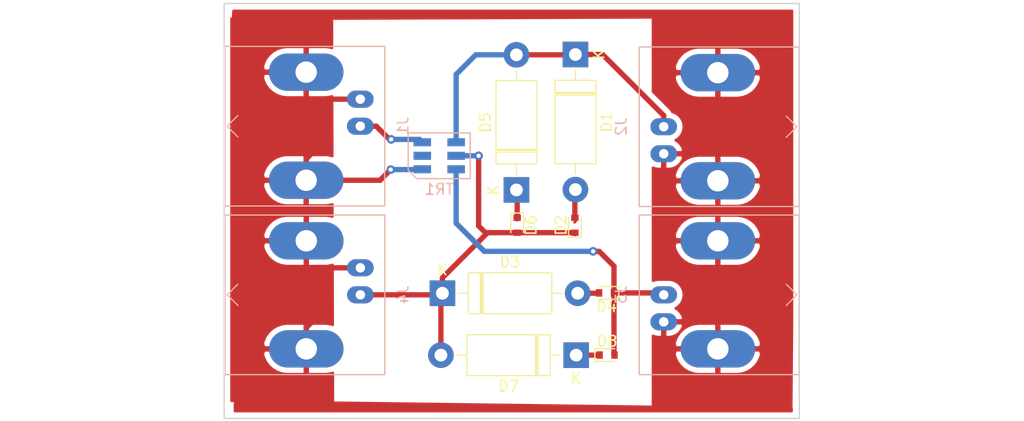
<source format=kicad_pcb>
(kicad_pcb (version 20171130) (host pcbnew "(5.1.4)-1")

  (general
    (thickness 1.6)
    (drawings 4)
    (tracks 87)
    (zones 0)
    (modules 13)
    (nets 11)
  )

  (page A4)
  (layers
    (0 F.Cu signal)
    (31 B.Cu signal)
    (32 B.Adhes user)
    (33 F.Adhes user)
    (34 B.Paste user)
    (35 F.Paste user)
    (36 B.SilkS user)
    (37 F.SilkS user)
    (38 B.Mask user)
    (39 F.Mask user)
    (40 Dwgs.User user)
    (41 Cmts.User user)
    (42 Eco1.User user)
    (43 Eco2.User user)
    (44 Edge.Cuts user)
    (45 Margin user)
    (46 B.CrtYd user)
    (47 F.CrtYd user)
    (48 B.Fab user)
    (49 F.Fab user)
  )

  (setup
    (last_trace_width 0.5)
    (trace_clearance 0.2)
    (zone_clearance 0.508)
    (zone_45_only no)
    (trace_min 0.4)
    (via_size 0.8)
    (via_drill 0.4)
    (via_min_size 0.4)
    (via_min_drill 0.3)
    (uvia_size 0.3)
    (uvia_drill 0.1)
    (uvias_allowed no)
    (uvia_min_size 0.2)
    (uvia_min_drill 0.1)
    (edge_width 0.05)
    (segment_width 0.2)
    (pcb_text_width 0.3)
    (pcb_text_size 1.5 1.5)
    (mod_edge_width 0.12)
    (mod_text_size 1 1)
    (mod_text_width 0.15)
    (pad_size 1.524 1.524)
    (pad_drill 0.762)
    (pad_to_mask_clearance 0.051)
    (solder_mask_min_width 0.25)
    (aux_axis_origin 0 0)
    (visible_elements 7FFFFFFF)
    (pcbplotparams
      (layerselection 0x01000_ffffffff)
      (usegerberextensions false)
      (usegerberattributes false)
      (usegerberadvancedattributes false)
      (creategerberjobfile false)
      (excludeedgelayer true)
      (linewidth 0.100000)
      (plotframeref false)
      (viasonmask false)
      (mode 1)
      (useauxorigin false)
      (hpglpennumber 1)
      (hpglpenspeed 20)
      (hpglpendiameter 15.000000)
      (psnegative false)
      (psa4output false)
      (plotreference true)
      (plotvalue true)
      (plotinvisibletext false)
      (padsonsilk false)
      (subtractmaskfromsilk false)
      (outputformat 1)
      (mirror false)
      (drillshape 0)
      (scaleselection 1)
      (outputdirectory "./"))
  )

  (net 0 "")
  (net 1 "Net-(D1-Pad1)")
  (net 2 "Net-(D1-Pad2)")
  (net 3 GND)
  (net 4 "Net-(D3-Pad2)")
  (net 5 "Net-(D4-Pad1)")
  (net 6 "Net-(D5-Pad1)")
  (net 7 "Net-(D7-Pad1)")
  (net 8 "Net-(J1-Pad2)")
  (net 9 "Net-(J1-Pad1)")
  (net 10 "Net-(D2-Pad1)")

  (net_class Default "Dies ist die voreingestellte Netzklasse."
    (clearance 0.2)
    (trace_width 0.5)
    (via_dia 0.8)
    (via_drill 0.4)
    (uvia_dia 0.3)
    (uvia_drill 0.1)
    (diff_pair_width 0.4)
    (diff_pair_gap 0.25)
    (add_net GND)
    (add_net "Net-(D1-Pad1)")
    (add_net "Net-(D1-Pad2)")
    (add_net "Net-(D2-Pad1)")
    (add_net "Net-(D3-Pad2)")
    (add_net "Net-(D4-Pad1)")
    (add_net "Net-(D5-Pad1)")
    (add_net "Net-(D7-Pad1)")
    (add_net "Net-(J1-Pad1)")
  )

  (module Connector_Coaxial:BNC_Amphenol_B6252HB-NPP3G-50_Horizontal (layer B.Cu) (tedit 5C13907B) (tstamp 5DAA078F)
    (at 102.78 71.53 270)
    (descr http://www.farnell.com/datasheets/612848.pdf)
    (tags "BNC Amphenol Horizontal")
    (path /5D9F96FC)
    (fp_text reference J1 (at 0 -4 270) (layer B.SilkS)
      (effects (font (size 1 1) (thickness 0.15)) (justify mirror))
    )
    (fp_text value Connector_Conn_Coaxial_Power (at 0 -6 90) (layer B.Fab)
      (effects (font (size 1 1) (thickness 0.15)) (justify mirror))
    )
    (fp_line (start -5 20) (end 5 21) (layer B.Fab) (width 0.1))
    (fp_line (start -5 19) (end 5 20) (layer B.Fab) (width 0.1))
    (fp_line (start -5 18) (end 5 19) (layer B.Fab) (width 0.1))
    (fp_line (start -5 17) (end 5 18) (layer B.Fab) (width 0.1))
    (fp_line (start -5 16) (end 5 17) (layer B.Fab) (width 0.1))
    (fp_line (start -5 15) (end 5 16) (layer B.Fab) (width 0.1))
    (fp_circle (center 0 28.07) (end 1 28.07) (layer B.Fab) (width 0.1))
    (fp_line (start 4.8 21.4) (end 4.8 33.3) (layer B.Fab) (width 0.1))
    (fp_line (start 4.8 33.3) (end -4.8 33.3) (layer B.Fab) (width 0.1))
    (fp_line (start -4.8 33.3) (end -4.8 21.4) (layer B.Fab) (width 0.1))
    (fp_line (start 6.35 12.7) (end 6.35 21.4) (layer B.Fab) (width 0.1))
    (fp_line (start 6.35 21.4) (end -6.35 21.4) (layer B.Fab) (width 0.1))
    (fp_line (start -6.35 21.4) (end -6.35 12.7) (layer B.Fab) (width 0.1))
    (fp_line (start -7.35 -2.2) (end 7.35 -2.2) (layer B.Fab) (width 0.1))
    (fp_line (start 7.35 -2.2) (end 7.35 12.7) (layer B.Fab) (width 0.1))
    (fp_line (start 7.35 12.7) (end -7.35 12.7) (layer B.Fab) (width 0.1))
    (fp_line (start -7.35 12.7) (end -7.35 -2.2) (layer B.Fab) (width 0.1))
    (fp_text user %R (at 0 0 270) (layer B.Fab)
      (effects (font (size 1 1) (thickness 0.15)) (justify mirror))
    )
    (fp_line (start -5 14) (end 5 15) (layer B.Fab) (width 0.1))
    (fp_line (start -7.5 12.7) (end 7.5 12.7) (layer B.SilkS) (width 0.12))
    (fp_line (start 7.5 12.7) (end 7.5 -2.3) (layer B.SilkS) (width 0.12))
    (fp_line (start 7.5 -2.3) (end -7.5 -2.3) (layer B.SilkS) (width 0.12))
    (fp_line (start -7.5 -2.3) (end -7.5 12.7) (layer B.SilkS) (width 0.12))
    (fp_line (start -7.85 -2.7) (end 7.85 -2.7) (layer B.CrtYd) (width 0.05))
    (fp_line (start -7.85 -2.7) (end -7.85 33.8) (layer B.CrtYd) (width 0.05))
    (fp_line (start 7.85 33.8) (end -7.85 33.8) (layer B.CrtYd) (width 0.05))
    (fp_line (start 7.85 -2.7) (end 7.85 33.8) (layer B.CrtYd) (width 0.05))
    (fp_line (start 0 12.5) (end -1 11.5) (layer B.SilkS) (width 0.12))
    (fp_line (start 0 12.5) (end 1 11.5) (layer B.SilkS) (width 0.12))
    (pad 2 thru_hole oval (at -5.08 5.08 270) (size 3.5 7) (drill 2.01) (layers *.Cu *.Mask)
      (net 3 GND))
    (pad 2 thru_hole oval (at 5.08 5.08 270) (size 3.5 7) (drill 2.01) (layers *.Cu *.Mask)
      (net 3 GND))
    (pad 1 thru_hole oval (at 0 0 270) (size 1.6 2.5) (drill 0.89) (layers *.Cu *.Mask)
      (net 9 "Net-(J1-Pad1)"))
    (pad 2 thru_hole oval (at -2.54 0 270) (size 1.6 2.5) (drill 0.89) (layers *.Cu *.Mask)
      (net 3 GND))
    (model ${KISYS3DMOD}/Connector_Coaxial.3dshapes/BNC_Amphenol_B6252HB-NPP3G-50_Horizontal.wrl
      (at (xyz 0 0 0))
      (scale (xyz 1 1 1))
      (rotate (xyz 0 0 0))
    )
  )

  (module Connector_Coaxial:BNC_Amphenol_B6252HB-NPP3G-50_Horizontal (layer B.Cu) (tedit 5C13907B) (tstamp 5DAA2C06)
    (at 102.79 87.38 270)
    (descr http://www.farnell.com/datasheets/612848.pdf)
    (tags "BNC Amphenol Horizontal")
    (path /5DABBCE5)
    (fp_text reference J4 (at 0 -4 270) (layer B.SilkS)
      (effects (font (size 1 1) (thickness 0.15)) (justify mirror))
    )
    (fp_text value Conn_Coaxial (at 0 -6 90) (layer B.Fab)
      (effects (font (size 1 1) (thickness 0.15)) (justify mirror))
    )
    (fp_line (start 0 12.5) (end 1 11.5) (layer B.SilkS) (width 0.12))
    (fp_line (start 0 12.5) (end -1 11.5) (layer B.SilkS) (width 0.12))
    (fp_line (start 7.85 -2.7) (end 7.85 33.8) (layer B.CrtYd) (width 0.05))
    (fp_line (start 7.85 33.8) (end -7.85 33.8) (layer B.CrtYd) (width 0.05))
    (fp_line (start -7.85 -2.7) (end -7.85 33.8) (layer B.CrtYd) (width 0.05))
    (fp_line (start -7.85 -2.7) (end 7.85 -2.7) (layer B.CrtYd) (width 0.05))
    (fp_line (start -7.5 -2.3) (end -7.5 12.7) (layer B.SilkS) (width 0.12))
    (fp_line (start 7.5 -2.3) (end -7.5 -2.3) (layer B.SilkS) (width 0.12))
    (fp_line (start 7.5 12.7) (end 7.5 -2.3) (layer B.SilkS) (width 0.12))
    (fp_line (start -7.5 12.7) (end 7.5 12.7) (layer B.SilkS) (width 0.12))
    (fp_line (start -5 14) (end 5 15) (layer B.Fab) (width 0.1))
    (fp_text user %R (at 0 0 270) (layer B.Fab)
      (effects (font (size 1 1) (thickness 0.15)) (justify mirror))
    )
    (fp_line (start -7.35 12.7) (end -7.35 -2.2) (layer B.Fab) (width 0.1))
    (fp_line (start 7.35 12.7) (end -7.35 12.7) (layer B.Fab) (width 0.1))
    (fp_line (start 7.35 -2.2) (end 7.35 12.7) (layer B.Fab) (width 0.1))
    (fp_line (start -7.35 -2.2) (end 7.35 -2.2) (layer B.Fab) (width 0.1))
    (fp_line (start -6.35 21.4) (end -6.35 12.7) (layer B.Fab) (width 0.1))
    (fp_line (start 6.35 21.4) (end -6.35 21.4) (layer B.Fab) (width 0.1))
    (fp_line (start 6.35 12.7) (end 6.35 21.4) (layer B.Fab) (width 0.1))
    (fp_line (start -4.8 33.3) (end -4.8 21.4) (layer B.Fab) (width 0.1))
    (fp_line (start 4.8 33.3) (end -4.8 33.3) (layer B.Fab) (width 0.1))
    (fp_line (start 4.8 21.4) (end 4.8 33.3) (layer B.Fab) (width 0.1))
    (fp_circle (center 0 28.07) (end 1 28.07) (layer B.Fab) (width 0.1))
    (fp_line (start -5 15) (end 5 16) (layer B.Fab) (width 0.1))
    (fp_line (start -5 16) (end 5 17) (layer B.Fab) (width 0.1))
    (fp_line (start -5 17) (end 5 18) (layer B.Fab) (width 0.1))
    (fp_line (start -5 18) (end 5 19) (layer B.Fab) (width 0.1))
    (fp_line (start -5 19) (end 5 20) (layer B.Fab) (width 0.1))
    (fp_line (start -5 20) (end 5 21) (layer B.Fab) (width 0.1))
    (pad 2 thru_hole oval (at -2.54 0 270) (size 1.6 2.5) (drill 0.89) (layers *.Cu *.Mask)
      (net 3 GND))
    (pad 1 thru_hole oval (at 0 0 270) (size 1.6 2.5) (drill 0.89) (layers *.Cu *.Mask)
      (net 10 "Net-(D2-Pad1)"))
    (pad 2 thru_hole oval (at 5.08 5.08 270) (size 3.5 7) (drill 2.01) (layers *.Cu *.Mask)
      (net 3 GND))
    (pad 2 thru_hole oval (at -5.08 5.08 270) (size 3.5 7) (drill 2.01) (layers *.Cu *.Mask)
      (net 3 GND))
    (model ${KISYS3DMOD}/Connector_Coaxial.3dshapes/BNC_Amphenol_B6252HB-NPP3G-50_Horizontal.wrl
      (at (xyz 0 0 0))
      (scale (xyz 1 1 1))
      (rotate (xyz 0 0 0))
    )
  )

  (module Diode_THT:D_DO-15_P12.70mm_Horizontal (layer F.Cu) (tedit 5AE50CD5) (tstamp 5DAA1DC4)
    (at 122.98 64.79 270)
    (descr "Diode, DO-15 series, Axial, Horizontal, pin pitch=12.7mm, , length*diameter=7.6*3.6mm^2, , http://www.diodes.com/_files/packages/DO-15.pdf")
    (tags "Diode DO-15 series Axial Horizontal pin pitch 12.7mm  length 7.6mm diameter 3.6mm")
    (path /5D9EB6A1)
    (fp_text reference D1 (at 6.35 -2.92 90) (layer F.SilkS)
      (effects (font (size 1 1) (thickness 0.15)))
    )
    (fp_text value D_Zener (at 6.35 2.92 90) (layer F.Fab)
      (effects (font (size 1 1) (thickness 0.15)))
    )
    (fp_line (start 2.55 -1.8) (end 2.55 1.8) (layer F.Fab) (width 0.1))
    (fp_line (start 2.55 1.8) (end 10.15 1.8) (layer F.Fab) (width 0.1))
    (fp_line (start 10.15 1.8) (end 10.15 -1.8) (layer F.Fab) (width 0.1))
    (fp_line (start 10.15 -1.8) (end 2.55 -1.8) (layer F.Fab) (width 0.1))
    (fp_line (start 0 0) (end 2.55 0) (layer F.Fab) (width 0.1))
    (fp_line (start 12.7 0) (end 10.15 0) (layer F.Fab) (width 0.1))
    (fp_line (start 3.69 -1.8) (end 3.69 1.8) (layer F.Fab) (width 0.1))
    (fp_line (start 3.79 -1.8) (end 3.79 1.8) (layer F.Fab) (width 0.1))
    (fp_line (start 3.59 -1.8) (end 3.59 1.8) (layer F.Fab) (width 0.1))
    (fp_line (start 2.43 -1.92) (end 2.43 1.92) (layer F.SilkS) (width 0.12))
    (fp_line (start 2.43 1.92) (end 10.27 1.92) (layer F.SilkS) (width 0.12))
    (fp_line (start 10.27 1.92) (end 10.27 -1.92) (layer F.SilkS) (width 0.12))
    (fp_line (start 10.27 -1.92) (end 2.43 -1.92) (layer F.SilkS) (width 0.12))
    (fp_line (start 1.44 0) (end 2.43 0) (layer F.SilkS) (width 0.12))
    (fp_line (start 11.26 0) (end 10.27 0) (layer F.SilkS) (width 0.12))
    (fp_line (start 3.69 -1.92) (end 3.69 1.92) (layer F.SilkS) (width 0.12))
    (fp_line (start 3.81 -1.92) (end 3.81 1.92) (layer F.SilkS) (width 0.12))
    (fp_line (start 3.57 -1.92) (end 3.57 1.92) (layer F.SilkS) (width 0.12))
    (fp_line (start -1.45 -2.05) (end -1.45 2.05) (layer F.CrtYd) (width 0.05))
    (fp_line (start -1.45 2.05) (end 14.15 2.05) (layer F.CrtYd) (width 0.05))
    (fp_line (start 14.15 2.05) (end 14.15 -2.05) (layer F.CrtYd) (width 0.05))
    (fp_line (start 14.15 -2.05) (end -1.45 -2.05) (layer F.CrtYd) (width 0.05))
    (fp_text user %R (at 6.92 0 90) (layer F.Fab)
      (effects (font (size 1 1) (thickness 0.15)))
    )
    (fp_text user K (at 0 -2.2 90) (layer F.Fab)
      (effects (font (size 1 1) (thickness 0.15)))
    )
    (fp_text user K (at 0 -2.2 90) (layer F.SilkS)
      (effects (font (size 1 1) (thickness 0.15)))
    )
    (pad 1 thru_hole rect (at 0 0 270) (size 2.4 2.4) (drill 1.2) (layers *.Cu *.Mask)
      (net 1 "Net-(D1-Pad1)"))
    (pad 2 thru_hole oval (at 12.7 0 270) (size 2.4 2.4) (drill 1.2) (layers *.Cu *.Mask)
      (net 2 "Net-(D1-Pad2)"))
    (model ${KISYS3DMOD}/Diode_THT.3dshapes/D_DO-15_P12.70mm_Horizontal.wrl
      (at (xyz 0 0 0))
      (scale (xyz 1 1 1))
      (rotate (xyz 0 0 0))
    )
  )

  (module Diode_SMD:D_SOD-523 (layer F.Cu) (tedit 586419F0) (tstamp 5DAA1EB6)
    (at 122.93 80.84 90)
    (descr "http://www.diodes.com/datasheets/ap02001.pdf p.144")
    (tags "Diode SOD523")
    (path /5D9EAFD4)
    (attr smd)
    (fp_text reference D2 (at 0 -1.3 90) (layer F.SilkS)
      (effects (font (size 1 1) (thickness 0.15)))
    )
    (fp_text value 1N914WT (at 0 1.4 90) (layer F.Fab)
      (effects (font (size 1 1) (thickness 0.15)))
    )
    (fp_line (start 0.7 0.6) (end -1.15 0.6) (layer F.SilkS) (width 0.12))
    (fp_line (start 0.7 -0.6) (end -1.15 -0.6) (layer F.SilkS) (width 0.12))
    (fp_line (start 0.65 0.45) (end -0.65 0.45) (layer F.Fab) (width 0.1))
    (fp_line (start -0.65 0.45) (end -0.65 -0.45) (layer F.Fab) (width 0.1))
    (fp_line (start -0.65 -0.45) (end 0.65 -0.45) (layer F.Fab) (width 0.1))
    (fp_line (start 0.65 -0.45) (end 0.65 0.45) (layer F.Fab) (width 0.1))
    (fp_line (start -0.2 0.2) (end -0.2 -0.2) (layer F.Fab) (width 0.1))
    (fp_line (start -0.2 0) (end -0.35 0) (layer F.Fab) (width 0.1))
    (fp_line (start -0.2 0) (end 0.1 0.2) (layer F.Fab) (width 0.1))
    (fp_line (start 0.1 0.2) (end 0.1 -0.2) (layer F.Fab) (width 0.1))
    (fp_line (start 0.1 -0.2) (end -0.2 0) (layer F.Fab) (width 0.1))
    (fp_line (start 0.1 0) (end 0.25 0) (layer F.Fab) (width 0.1))
    (fp_line (start 1.25 0.7) (end -1.25 0.7) (layer F.CrtYd) (width 0.05))
    (fp_line (start -1.25 0.7) (end -1.25 -0.7) (layer F.CrtYd) (width 0.05))
    (fp_line (start -1.25 -0.7) (end 1.25 -0.7) (layer F.CrtYd) (width 0.05))
    (fp_line (start 1.25 -0.7) (end 1.25 0.7) (layer F.CrtYd) (width 0.05))
    (fp_line (start -1.15 -0.6) (end -1.15 0.6) (layer F.SilkS) (width 0.12))
    (fp_text user %R (at 0 -1.3 90) (layer F.Fab)
      (effects (font (size 1 1) (thickness 0.15)))
    )
    (pad 1 smd rect (at -0.7 0 270) (size 0.6 0.7) (layers F.Cu F.Paste F.Mask)
      (net 10 "Net-(D2-Pad1)"))
    (pad 2 smd rect (at 0.7 0 270) (size 0.6 0.7) (layers F.Cu F.Paste F.Mask)
      (net 2 "Net-(D1-Pad2)"))
    (model ${KISYS3DMOD}/Diode_SMD.3dshapes/D_SOD-523.wrl
      (at (xyz 0 0 0))
      (scale (xyz 1 1 1))
      (rotate (xyz 0 0 0))
    )
  )

  (module Diode_THT:D_DO-15_P12.70mm_Horizontal (layer F.Cu) (tedit 5AE50CD5) (tstamp 5DAA06E4)
    (at 110.49 87.23)
    (descr "Diode, DO-15 series, Axial, Horizontal, pin pitch=12.7mm, , length*diameter=7.6*3.6mm^2, , http://www.diodes.com/_files/packages/DO-15.pdf")
    (tags "Diode DO-15 series Axial Horizontal pin pitch 12.7mm  length 7.6mm diameter 3.6mm")
    (path /5D9EC037)
    (fp_text reference D3 (at 6.35 -2.92) (layer F.SilkS)
      (effects (font (size 1 1) (thickness 0.15)))
    )
    (fp_text value D_Zener (at 6.35 2.92) (layer F.Fab)
      (effects (font (size 1 1) (thickness 0.15)))
    )
    (fp_line (start 2.55 -1.8) (end 2.55 1.8) (layer F.Fab) (width 0.1))
    (fp_line (start 2.55 1.8) (end 10.15 1.8) (layer F.Fab) (width 0.1))
    (fp_line (start 10.15 1.8) (end 10.15 -1.8) (layer F.Fab) (width 0.1))
    (fp_line (start 10.15 -1.8) (end 2.55 -1.8) (layer F.Fab) (width 0.1))
    (fp_line (start 0 0) (end 2.55 0) (layer F.Fab) (width 0.1))
    (fp_line (start 12.7 0) (end 10.15 0) (layer F.Fab) (width 0.1))
    (fp_line (start 3.69 -1.8) (end 3.69 1.8) (layer F.Fab) (width 0.1))
    (fp_line (start 3.79 -1.8) (end 3.79 1.8) (layer F.Fab) (width 0.1))
    (fp_line (start 3.59 -1.8) (end 3.59 1.8) (layer F.Fab) (width 0.1))
    (fp_line (start 2.43 -1.92) (end 2.43 1.92) (layer F.SilkS) (width 0.12))
    (fp_line (start 2.43 1.92) (end 10.27 1.92) (layer F.SilkS) (width 0.12))
    (fp_line (start 10.27 1.92) (end 10.27 -1.92) (layer F.SilkS) (width 0.12))
    (fp_line (start 10.27 -1.92) (end 2.43 -1.92) (layer F.SilkS) (width 0.12))
    (fp_line (start 1.44 0) (end 2.43 0) (layer F.SilkS) (width 0.12))
    (fp_line (start 11.26 0) (end 10.27 0) (layer F.SilkS) (width 0.12))
    (fp_line (start 3.69 -1.92) (end 3.69 1.92) (layer F.SilkS) (width 0.12))
    (fp_line (start 3.81 -1.92) (end 3.81 1.92) (layer F.SilkS) (width 0.12))
    (fp_line (start 3.57 -1.92) (end 3.57 1.92) (layer F.SilkS) (width 0.12))
    (fp_line (start -1.45 -2.05) (end -1.45 2.05) (layer F.CrtYd) (width 0.05))
    (fp_line (start -1.45 2.05) (end 14.15 2.05) (layer F.CrtYd) (width 0.05))
    (fp_line (start 14.15 2.05) (end 14.15 -2.05) (layer F.CrtYd) (width 0.05))
    (fp_line (start 14.15 -2.05) (end -1.45 -2.05) (layer F.CrtYd) (width 0.05))
    (fp_text user %R (at 6.92 0) (layer F.Fab)
      (effects (font (size 1 1) (thickness 0.15)))
    )
    (fp_text user K (at 0 -2.2) (layer F.Fab)
      (effects (font (size 1 1) (thickness 0.15)))
    )
    (fp_text user K (at 0 -2.2) (layer F.SilkS)
      (effects (font (size 1 1) (thickness 0.15)))
    )
    (pad 1 thru_hole rect (at 0 0) (size 2.4 2.4) (drill 1.2) (layers *.Cu *.Mask)
      (net 10 "Net-(D2-Pad1)"))
    (pad 2 thru_hole oval (at 12.7 0) (size 2.4 2.4) (drill 1.2) (layers *.Cu *.Mask)
      (net 4 "Net-(D3-Pad2)"))
    (model ${KISYS3DMOD}/Diode_THT.3dshapes/D_DO-15_P12.70mm_Horizontal.wrl
      (at (xyz 0 0 0))
      (scale (xyz 1 1 1))
      (rotate (xyz 0 0 0))
    )
  )

  (module Diode_SMD:D_SOD-523 (layer F.Cu) (tedit 586419F0) (tstamp 5DAA06FC)
    (at 125.9 87.2 180)
    (descr "http://www.diodes.com/datasheets/ap02001.pdf p.144")
    (tags "Diode SOD523")
    (path /5D9EA1BE)
    (attr smd)
    (fp_text reference D4 (at 0 -1.3) (layer F.SilkS)
      (effects (font (size 1 1) (thickness 0.15)))
    )
    (fp_text value 1N914WT (at 0 1.4) (layer F.Fab)
      (effects (font (size 1 1) (thickness 0.15)))
    )
    (fp_line (start 0.7 0.6) (end -1.15 0.6) (layer F.SilkS) (width 0.12))
    (fp_line (start 0.7 -0.6) (end -1.15 -0.6) (layer F.SilkS) (width 0.12))
    (fp_line (start 0.65 0.45) (end -0.65 0.45) (layer F.Fab) (width 0.1))
    (fp_line (start -0.65 0.45) (end -0.65 -0.45) (layer F.Fab) (width 0.1))
    (fp_line (start -0.65 -0.45) (end 0.65 -0.45) (layer F.Fab) (width 0.1))
    (fp_line (start 0.65 -0.45) (end 0.65 0.45) (layer F.Fab) (width 0.1))
    (fp_line (start -0.2 0.2) (end -0.2 -0.2) (layer F.Fab) (width 0.1))
    (fp_line (start -0.2 0) (end -0.35 0) (layer F.Fab) (width 0.1))
    (fp_line (start -0.2 0) (end 0.1 0.2) (layer F.Fab) (width 0.1))
    (fp_line (start 0.1 0.2) (end 0.1 -0.2) (layer F.Fab) (width 0.1))
    (fp_line (start 0.1 -0.2) (end -0.2 0) (layer F.Fab) (width 0.1))
    (fp_line (start 0.1 0) (end 0.25 0) (layer F.Fab) (width 0.1))
    (fp_line (start 1.25 0.7) (end -1.25 0.7) (layer F.CrtYd) (width 0.05))
    (fp_line (start -1.25 0.7) (end -1.25 -0.7) (layer F.CrtYd) (width 0.05))
    (fp_line (start -1.25 -0.7) (end 1.25 -0.7) (layer F.CrtYd) (width 0.05))
    (fp_line (start 1.25 -0.7) (end 1.25 0.7) (layer F.CrtYd) (width 0.05))
    (fp_line (start -1.15 -0.6) (end -1.15 0.6) (layer F.SilkS) (width 0.12))
    (fp_text user %R (at 0 -1.3) (layer F.Fab)
      (effects (font (size 1 1) (thickness 0.15)))
    )
    (pad 1 smd rect (at -0.7 0) (size 0.6 0.7) (layers F.Cu F.Paste F.Mask)
      (net 5 "Net-(D4-Pad1)"))
    (pad 2 smd rect (at 0.7 0) (size 0.6 0.7) (layers F.Cu F.Paste F.Mask)
      (net 4 "Net-(D3-Pad2)"))
    (model ${KISYS3DMOD}/Diode_SMD.3dshapes/D_SOD-523.wrl
      (at (xyz 0 0 0))
      (scale (xyz 1 1 1))
      (rotate (xyz 0 0 0))
    )
  )

  (module Diode_THT:D_DO-15_P12.70mm_Horizontal (layer F.Cu) (tedit 5AE50CD5) (tstamp 5DAA1E1E)
    (at 117.44 77.52 90)
    (descr "Diode, DO-15 series, Axial, Horizontal, pin pitch=12.7mm, , length*diameter=7.6*3.6mm^2, , http://www.diodes.com/_files/packages/DO-15.pdf")
    (tags "Diode DO-15 series Axial Horizontal pin pitch 12.7mm  length 7.6mm diameter 3.6mm")
    (path /5D9EC2FE)
    (fp_text reference D5 (at 6.35 -2.92 90) (layer F.SilkS)
      (effects (font (size 1 1) (thickness 0.15)))
    )
    (fp_text value D_Zener (at 6.35 2.92 90) (layer F.Fab)
      (effects (font (size 1 1) (thickness 0.15)))
    )
    (fp_text user K (at 0 -2.2 90) (layer F.SilkS)
      (effects (font (size 1 1) (thickness 0.15)))
    )
    (fp_text user K (at 0 -2.2 90) (layer F.Fab)
      (effects (font (size 1 1) (thickness 0.15)))
    )
    (fp_text user %R (at 6.92 0 90) (layer F.Fab)
      (effects (font (size 1 1) (thickness 0.15)))
    )
    (fp_line (start 14.15 -2.05) (end -1.45 -2.05) (layer F.CrtYd) (width 0.05))
    (fp_line (start 14.15 2.05) (end 14.15 -2.05) (layer F.CrtYd) (width 0.05))
    (fp_line (start -1.45 2.05) (end 14.15 2.05) (layer F.CrtYd) (width 0.05))
    (fp_line (start -1.45 -2.05) (end -1.45 2.05) (layer F.CrtYd) (width 0.05))
    (fp_line (start 3.57 -1.92) (end 3.57 1.92) (layer F.SilkS) (width 0.12))
    (fp_line (start 3.81 -1.92) (end 3.81 1.92) (layer F.SilkS) (width 0.12))
    (fp_line (start 3.69 -1.92) (end 3.69 1.92) (layer F.SilkS) (width 0.12))
    (fp_line (start 11.26 0) (end 10.27 0) (layer F.SilkS) (width 0.12))
    (fp_line (start 1.44 0) (end 2.43 0) (layer F.SilkS) (width 0.12))
    (fp_line (start 10.27 -1.92) (end 2.43 -1.92) (layer F.SilkS) (width 0.12))
    (fp_line (start 10.27 1.92) (end 10.27 -1.92) (layer F.SilkS) (width 0.12))
    (fp_line (start 2.43 1.92) (end 10.27 1.92) (layer F.SilkS) (width 0.12))
    (fp_line (start 2.43 -1.92) (end 2.43 1.92) (layer F.SilkS) (width 0.12))
    (fp_line (start 3.59 -1.8) (end 3.59 1.8) (layer F.Fab) (width 0.1))
    (fp_line (start 3.79 -1.8) (end 3.79 1.8) (layer F.Fab) (width 0.1))
    (fp_line (start 3.69 -1.8) (end 3.69 1.8) (layer F.Fab) (width 0.1))
    (fp_line (start 12.7 0) (end 10.15 0) (layer F.Fab) (width 0.1))
    (fp_line (start 0 0) (end 2.55 0) (layer F.Fab) (width 0.1))
    (fp_line (start 10.15 -1.8) (end 2.55 -1.8) (layer F.Fab) (width 0.1))
    (fp_line (start 10.15 1.8) (end 10.15 -1.8) (layer F.Fab) (width 0.1))
    (fp_line (start 2.55 1.8) (end 10.15 1.8) (layer F.Fab) (width 0.1))
    (fp_line (start 2.55 -1.8) (end 2.55 1.8) (layer F.Fab) (width 0.1))
    (pad 2 thru_hole oval (at 12.7 0 90) (size 2.4 2.4) (drill 1.2) (layers *.Cu *.Mask)
      (net 1 "Net-(D1-Pad1)"))
    (pad 1 thru_hole rect (at 0 0 90) (size 2.4 2.4) (drill 1.2) (layers *.Cu *.Mask)
      (net 6 "Net-(D5-Pad1)"))
    (model ${KISYS3DMOD}/Diode_THT.3dshapes/D_DO-15_P12.70mm_Horizontal.wrl
      (at (xyz 0 0 0))
      (scale (xyz 1 1 1))
      (rotate (xyz 0 0 0))
    )
  )

  (module Diode_SMD:D_SOD-523 (layer F.Cu) (tedit 586419F0) (tstamp 5DD546D3)
    (at 117.51 80.84 270)
    (descr "http://www.diodes.com/datasheets/ap02001.pdf p.144")
    (tags "Diode SOD523")
    (path /5D9E91F8)
    (attr smd)
    (fp_text reference D6 (at 0 -1.3 90) (layer F.SilkS)
      (effects (font (size 1 1) (thickness 0.15)))
    )
    (fp_text value 1N914WT (at 0 1.4 90) (layer F.Fab)
      (effects (font (size 1 1) (thickness 0.15)))
    )
    (fp_text user %R (at 0 -1.3 90) (layer F.Fab)
      (effects (font (size 1 1) (thickness 0.15)))
    )
    (fp_line (start -1.15 -0.6) (end -1.15 0.6) (layer F.SilkS) (width 0.12))
    (fp_line (start 1.25 -0.7) (end 1.25 0.7) (layer F.CrtYd) (width 0.05))
    (fp_line (start -1.25 -0.7) (end 1.25 -0.7) (layer F.CrtYd) (width 0.05))
    (fp_line (start -1.25 0.7) (end -1.25 -0.7) (layer F.CrtYd) (width 0.05))
    (fp_line (start 1.25 0.7) (end -1.25 0.7) (layer F.CrtYd) (width 0.05))
    (fp_line (start 0.1 0) (end 0.25 0) (layer F.Fab) (width 0.1))
    (fp_line (start 0.1 -0.2) (end -0.2 0) (layer F.Fab) (width 0.1))
    (fp_line (start 0.1 0.2) (end 0.1 -0.2) (layer F.Fab) (width 0.1))
    (fp_line (start -0.2 0) (end 0.1 0.2) (layer F.Fab) (width 0.1))
    (fp_line (start -0.2 0) (end -0.35 0) (layer F.Fab) (width 0.1))
    (fp_line (start -0.2 0.2) (end -0.2 -0.2) (layer F.Fab) (width 0.1))
    (fp_line (start 0.65 -0.45) (end 0.65 0.45) (layer F.Fab) (width 0.1))
    (fp_line (start -0.65 -0.45) (end 0.65 -0.45) (layer F.Fab) (width 0.1))
    (fp_line (start -0.65 0.45) (end -0.65 -0.45) (layer F.Fab) (width 0.1))
    (fp_line (start 0.65 0.45) (end -0.65 0.45) (layer F.Fab) (width 0.1))
    (fp_line (start 0.7 -0.6) (end -1.15 -0.6) (layer F.SilkS) (width 0.12))
    (fp_line (start 0.7 0.6) (end -1.15 0.6) (layer F.SilkS) (width 0.12))
    (pad 2 smd rect (at 0.7 0 90) (size 0.6 0.7) (layers F.Cu F.Paste F.Mask)
      (net 10 "Net-(D2-Pad1)"))
    (pad 1 smd rect (at -0.7 0 90) (size 0.6 0.7) (layers F.Cu F.Paste F.Mask)
      (net 6 "Net-(D5-Pad1)"))
    (model ${KISYS3DMOD}/Diode_SMD.3dshapes/D_SOD-523.wrl
      (at (xyz 0 0 0))
      (scale (xyz 1 1 1))
      (rotate (xyz 0 0 0))
    )
  )

  (module Diode_THT:D_DO-15_P12.70mm_Horizontal (layer F.Cu) (tedit 5AE50CD5) (tstamp 5DAA0CEB)
    (at 123.05 93.05 180)
    (descr "Diode, DO-15 series, Axial, Horizontal, pin pitch=12.7mm, , length*diameter=7.6*3.6mm^2, , http://www.diodes.com/_files/packages/DO-15.pdf")
    (tags "Diode DO-15 series Axial Horizontal pin pitch 12.7mm  length 7.6mm diameter 3.6mm")
    (path /5D9EBDA7)
    (fp_text reference D7 (at 6.35 -2.92) (layer F.SilkS)
      (effects (font (size 1 1) (thickness 0.15)))
    )
    (fp_text value D_Zener (at 6.35 2.92) (layer F.Fab)
      (effects (font (size 1 1) (thickness 0.15)))
    )
    (fp_text user K (at 0 -2.2) (layer F.SilkS)
      (effects (font (size 1 1) (thickness 0.15)))
    )
    (fp_text user K (at 0 -2.2) (layer F.Fab)
      (effects (font (size 1 1) (thickness 0.15)))
    )
    (fp_text user %R (at 6.92 0) (layer F.Fab)
      (effects (font (size 1 1) (thickness 0.15)))
    )
    (fp_line (start 14.15 -2.05) (end -1.45 -2.05) (layer F.CrtYd) (width 0.05))
    (fp_line (start 14.15 2.05) (end 14.15 -2.05) (layer F.CrtYd) (width 0.05))
    (fp_line (start -1.45 2.05) (end 14.15 2.05) (layer F.CrtYd) (width 0.05))
    (fp_line (start -1.45 -2.05) (end -1.45 2.05) (layer F.CrtYd) (width 0.05))
    (fp_line (start 3.57 -1.92) (end 3.57 1.92) (layer F.SilkS) (width 0.12))
    (fp_line (start 3.81 -1.92) (end 3.81 1.92) (layer F.SilkS) (width 0.12))
    (fp_line (start 3.69 -1.92) (end 3.69 1.92) (layer F.SilkS) (width 0.12))
    (fp_line (start 11.26 0) (end 10.27 0) (layer F.SilkS) (width 0.12))
    (fp_line (start 1.44 0) (end 2.43 0) (layer F.SilkS) (width 0.12))
    (fp_line (start 10.27 -1.92) (end 2.43 -1.92) (layer F.SilkS) (width 0.12))
    (fp_line (start 10.27 1.92) (end 10.27 -1.92) (layer F.SilkS) (width 0.12))
    (fp_line (start 2.43 1.92) (end 10.27 1.92) (layer F.SilkS) (width 0.12))
    (fp_line (start 2.43 -1.92) (end 2.43 1.92) (layer F.SilkS) (width 0.12))
    (fp_line (start 3.59 -1.8) (end 3.59 1.8) (layer F.Fab) (width 0.1))
    (fp_line (start 3.79 -1.8) (end 3.79 1.8) (layer F.Fab) (width 0.1))
    (fp_line (start 3.69 -1.8) (end 3.69 1.8) (layer F.Fab) (width 0.1))
    (fp_line (start 12.7 0) (end 10.15 0) (layer F.Fab) (width 0.1))
    (fp_line (start 0 0) (end 2.55 0) (layer F.Fab) (width 0.1))
    (fp_line (start 10.15 -1.8) (end 2.55 -1.8) (layer F.Fab) (width 0.1))
    (fp_line (start 10.15 1.8) (end 10.15 -1.8) (layer F.Fab) (width 0.1))
    (fp_line (start 2.55 1.8) (end 10.15 1.8) (layer F.Fab) (width 0.1))
    (fp_line (start 2.55 -1.8) (end 2.55 1.8) (layer F.Fab) (width 0.1))
    (pad 2 thru_hole oval (at 12.7 0 180) (size 2.4 2.4) (drill 1.2) (layers *.Cu *.Mask)
      (net 10 "Net-(D2-Pad1)"))
    (pad 1 thru_hole rect (at 0 0 180) (size 2.4 2.4) (drill 1.2) (layers *.Cu *.Mask)
      (net 7 "Net-(D7-Pad1)"))
    (model ${KISYS3DMOD}/Diode_THT.3dshapes/D_DO-15_P12.70mm_Horizontal.wrl
      (at (xyz 0 0 0))
      (scale (xyz 1 1 1))
      (rotate (xyz 0 0 0))
    )
  )

  (module Diode_SMD:D_SOD-523 (layer F.Cu) (tedit 586419F0) (tstamp 5DAA076A)
    (at 125.95 93.04)
    (descr "http://www.diodes.com/datasheets/ap02001.pdf p.144")
    (tags "Diode SOD523")
    (path /5D9EA76A)
    (attr smd)
    (fp_text reference D8 (at 0 -1.3) (layer F.SilkS)
      (effects (font (size 1 1) (thickness 0.15)))
    )
    (fp_text value 1N914WT (at 0 1.4) (layer F.Fab)
      (effects (font (size 1 1) (thickness 0.15)))
    )
    (fp_text user %R (at 0 -1.3) (layer F.Fab)
      (effects (font (size 1 1) (thickness 0.15)))
    )
    (fp_line (start -1.15 -0.6) (end -1.15 0.6) (layer F.SilkS) (width 0.12))
    (fp_line (start 1.25 -0.7) (end 1.25 0.7) (layer F.CrtYd) (width 0.05))
    (fp_line (start -1.25 -0.7) (end 1.25 -0.7) (layer F.CrtYd) (width 0.05))
    (fp_line (start -1.25 0.7) (end -1.25 -0.7) (layer F.CrtYd) (width 0.05))
    (fp_line (start 1.25 0.7) (end -1.25 0.7) (layer F.CrtYd) (width 0.05))
    (fp_line (start 0.1 0) (end 0.25 0) (layer F.Fab) (width 0.1))
    (fp_line (start 0.1 -0.2) (end -0.2 0) (layer F.Fab) (width 0.1))
    (fp_line (start 0.1 0.2) (end 0.1 -0.2) (layer F.Fab) (width 0.1))
    (fp_line (start -0.2 0) (end 0.1 0.2) (layer F.Fab) (width 0.1))
    (fp_line (start -0.2 0) (end -0.35 0) (layer F.Fab) (width 0.1))
    (fp_line (start -0.2 0.2) (end -0.2 -0.2) (layer F.Fab) (width 0.1))
    (fp_line (start 0.65 -0.45) (end 0.65 0.45) (layer F.Fab) (width 0.1))
    (fp_line (start -0.65 -0.45) (end 0.65 -0.45) (layer F.Fab) (width 0.1))
    (fp_line (start -0.65 0.45) (end -0.65 -0.45) (layer F.Fab) (width 0.1))
    (fp_line (start 0.65 0.45) (end -0.65 0.45) (layer F.Fab) (width 0.1))
    (fp_line (start 0.7 -0.6) (end -1.15 -0.6) (layer F.SilkS) (width 0.12))
    (fp_line (start 0.7 0.6) (end -1.15 0.6) (layer F.SilkS) (width 0.12))
    (pad 2 smd rect (at 0.7 0 180) (size 0.6 0.7) (layers F.Cu F.Paste F.Mask)
      (net 5 "Net-(D4-Pad1)"))
    (pad 1 smd rect (at -0.7 0 180) (size 0.6 0.7) (layers F.Cu F.Paste F.Mask)
      (net 7 "Net-(D7-Pad1)"))
    (model ${KISYS3DMOD}/Diode_SMD.3dshapes/D_SOD-523.wrl
      (at (xyz 0 0 0))
      (scale (xyz 1 1 1))
      (rotate (xyz 0 0 0))
    )
  )

  (module Connector_Coaxial:BNC_Amphenol_B6252HB-NPP3G-50_Horizontal (layer B.Cu) (tedit 5C13907B) (tstamp 5DAA1BBD)
    (at 131.27 71.58 90)
    (descr http://www.farnell.com/datasheets/612848.pdf)
    (tags "BNC Amphenol Horizontal")
    (path /5D9FB8AD)
    (fp_text reference J2 (at 0 -4 270) (layer B.SilkS)
      (effects (font (size 1 1) (thickness 0.15)) (justify mirror))
    )
    (fp_text value Connector_Conn_Coaxial_Power (at 0 -6 90) (layer B.Fab)
      (effects (font (size 1 1) (thickness 0.15)) (justify mirror))
    )
    (fp_line (start 0 12.5) (end 1 11.5) (layer B.SilkS) (width 0.12))
    (fp_line (start 0 12.5) (end -1 11.5) (layer B.SilkS) (width 0.12))
    (fp_line (start 7.85 -2.7) (end 7.85 33.8) (layer B.CrtYd) (width 0.05))
    (fp_line (start 7.85 33.8) (end -7.85 33.8) (layer B.CrtYd) (width 0.05))
    (fp_line (start -7.85 -2.7) (end -7.85 33.8) (layer B.CrtYd) (width 0.05))
    (fp_line (start -7.85 -2.7) (end 7.85 -2.7) (layer B.CrtYd) (width 0.05))
    (fp_line (start -7.5 -2.3) (end -7.5 12.7) (layer B.SilkS) (width 0.12))
    (fp_line (start 7.5 -2.3) (end -7.5 -2.3) (layer B.SilkS) (width 0.12))
    (fp_line (start 7.5 12.7) (end 7.5 -2.3) (layer B.SilkS) (width 0.12))
    (fp_line (start -7.5 12.7) (end 7.5 12.7) (layer B.SilkS) (width 0.12))
    (fp_line (start -5 14) (end 5 15) (layer B.Fab) (width 0.1))
    (fp_text user %R (at 0 0 270) (layer B.Fab)
      (effects (font (size 1 1) (thickness 0.15)) (justify mirror))
    )
    (fp_line (start -7.35 12.7) (end -7.35 -2.2) (layer B.Fab) (width 0.1))
    (fp_line (start 7.35 12.7) (end -7.35 12.7) (layer B.Fab) (width 0.1))
    (fp_line (start 7.35 -2.2) (end 7.35 12.7) (layer B.Fab) (width 0.1))
    (fp_line (start -7.35 -2.2) (end 7.35 -2.2) (layer B.Fab) (width 0.1))
    (fp_line (start -6.35 21.4) (end -6.35 12.7) (layer B.Fab) (width 0.1))
    (fp_line (start 6.35 21.4) (end -6.35 21.4) (layer B.Fab) (width 0.1))
    (fp_line (start 6.35 12.7) (end 6.35 21.4) (layer B.Fab) (width 0.1))
    (fp_line (start -4.8 33.3) (end -4.8 21.4) (layer B.Fab) (width 0.1))
    (fp_line (start 4.8 33.3) (end -4.8 33.3) (layer B.Fab) (width 0.1))
    (fp_line (start 4.8 21.4) (end 4.8 33.3) (layer B.Fab) (width 0.1))
    (fp_circle (center 0 28.07) (end 1 28.07) (layer B.Fab) (width 0.1))
    (fp_line (start -5 15) (end 5 16) (layer B.Fab) (width 0.1))
    (fp_line (start -5 16) (end 5 17) (layer B.Fab) (width 0.1))
    (fp_line (start -5 17) (end 5 18) (layer B.Fab) (width 0.1))
    (fp_line (start -5 18) (end 5 19) (layer B.Fab) (width 0.1))
    (fp_line (start -5 19) (end 5 20) (layer B.Fab) (width 0.1))
    (fp_line (start -5 20) (end 5 21) (layer B.Fab) (width 0.1))
    (pad 2 thru_hole oval (at -2.54 0 90) (size 1.6 2.5) (drill 0.89) (layers *.Cu *.Mask)
      (net 3 GND))
    (pad 1 thru_hole oval (at 0 0 90) (size 1.6 2.5) (drill 0.89) (layers *.Cu *.Mask)
      (net 1 "Net-(D1-Pad1)"))
    (pad 2 thru_hole oval (at 5.08 5.08 90) (size 3.5 7) (drill 2.01) (layers *.Cu *.Mask)
      (net 3 GND))
    (pad 2 thru_hole oval (at -5.08 5.08 90) (size 3.5 7) (drill 2.01) (layers *.Cu *.Mask)
      (net 3 GND))
    (model ${KISYS3DMOD}/Connector_Coaxial.3dshapes/BNC_Amphenol_B6252HB-NPP3G-50_Horizontal.wrl
      (at (xyz 0 0 0))
      (scale (xyz 1 1 1))
      (rotate (xyz 0 0 0))
    )
  )

  (module Connector_Coaxial:BNC_Amphenol_B6252HB-NPP3G-50_Horizontal (layer B.Cu) (tedit 5C13907B) (tstamp 5DD54454)
    (at 131.27 87.38 90)
    (descr http://www.farnell.com/datasheets/612848.pdf)
    (tags "BNC Amphenol Horizontal")
    (path /5D9FC678)
    (fp_text reference J3 (at 0 -4 270) (layer B.SilkS)
      (effects (font (size 1 1) (thickness 0.15)) (justify mirror))
    )
    (fp_text value Connector_Conn_Coaxial_Power (at 0 -6 90) (layer B.Fab)
      (effects (font (size 1 1) (thickness 0.15)) (justify mirror))
    )
    (fp_line (start -5 20) (end 5 21) (layer B.Fab) (width 0.1))
    (fp_line (start -5 19) (end 5 20) (layer B.Fab) (width 0.1))
    (fp_line (start -5 18) (end 5 19) (layer B.Fab) (width 0.1))
    (fp_line (start -5 17) (end 5 18) (layer B.Fab) (width 0.1))
    (fp_line (start -5 16) (end 5 17) (layer B.Fab) (width 0.1))
    (fp_line (start -5 15) (end 5 16) (layer B.Fab) (width 0.1))
    (fp_circle (center 0 28.07) (end 1 28.07) (layer B.Fab) (width 0.1))
    (fp_line (start 4.8 21.4) (end 4.8 33.3) (layer B.Fab) (width 0.1))
    (fp_line (start 4.8 33.3) (end -4.8 33.3) (layer B.Fab) (width 0.1))
    (fp_line (start -4.8 33.3) (end -4.8 21.4) (layer B.Fab) (width 0.1))
    (fp_line (start 6.35 12.7) (end 6.35 21.4) (layer B.Fab) (width 0.1))
    (fp_line (start 6.35 21.4) (end -6.35 21.4) (layer B.Fab) (width 0.1))
    (fp_line (start -6.35 21.4) (end -6.35 12.7) (layer B.Fab) (width 0.1))
    (fp_line (start -7.35 -2.2) (end 7.35 -2.2) (layer B.Fab) (width 0.1))
    (fp_line (start 7.35 -2.2) (end 7.35 12.7) (layer B.Fab) (width 0.1))
    (fp_line (start 7.35 12.7) (end -7.35 12.7) (layer B.Fab) (width 0.1))
    (fp_line (start -7.35 12.7) (end -7.35 -2.2) (layer B.Fab) (width 0.1))
    (fp_text user %R (at 0 0 270) (layer B.Fab)
      (effects (font (size 1 1) (thickness 0.15)) (justify mirror))
    )
    (fp_line (start -5 14) (end 5 15) (layer B.Fab) (width 0.1))
    (fp_line (start -7.5 12.7) (end 7.5 12.7) (layer B.SilkS) (width 0.12))
    (fp_line (start 7.5 12.7) (end 7.5 -2.3) (layer B.SilkS) (width 0.12))
    (fp_line (start 7.5 -2.3) (end -7.5 -2.3) (layer B.SilkS) (width 0.12))
    (fp_line (start -7.5 -2.3) (end -7.5 12.7) (layer B.SilkS) (width 0.12))
    (fp_line (start -7.85 -2.7) (end 7.85 -2.7) (layer B.CrtYd) (width 0.05))
    (fp_line (start -7.85 -2.7) (end -7.85 33.8) (layer B.CrtYd) (width 0.05))
    (fp_line (start 7.85 33.8) (end -7.85 33.8) (layer B.CrtYd) (width 0.05))
    (fp_line (start 7.85 -2.7) (end 7.85 33.8) (layer B.CrtYd) (width 0.05))
    (fp_line (start 0 12.5) (end -1 11.5) (layer B.SilkS) (width 0.12))
    (fp_line (start 0 12.5) (end 1 11.5) (layer B.SilkS) (width 0.12))
    (pad 2 thru_hole oval (at -5.08 5.08 90) (size 3.5 7) (drill 2.01) (layers *.Cu *.Mask)
      (net 3 GND))
    (pad 2 thru_hole oval (at 5.08 5.08 90) (size 3.5 7) (drill 2.01) (layers *.Cu *.Mask)
      (net 3 GND))
    (pad 1 thru_hole oval (at 0 0 90) (size 1.6 2.5) (drill 0.89) (layers *.Cu *.Mask)
      (net 5 "Net-(D4-Pad1)"))
    (pad 2 thru_hole oval (at -2.54 0 90) (size 1.6 2.5) (drill 0.89) (layers *.Cu *.Mask)
      (net 3 GND))
    (model ${KISYS3DMOD}/Connector_Coaxial.3dshapes/BNC_Amphenol_B6252HB-NPP3G-50_Horizontal.wrl
      (at (xyz 0 0 0))
      (scale (xyz 1 1 1))
      (rotate (xyz 0 0 0))
    )
  )

  (module PCB_Phaseschifter:SOIC-6 (layer B.Cu) (tedit 0) (tstamp 5DAA07EC)
    (at 110.19 74.31 90)
    (path /5D9E561E)
    (attr smd)
    (fp_text reference TR1 (at -3.15 0) (layer B.SilkS)
      (effects (font (size 1 1) (thickness 0.15)) (justify mirror))
    )
    (fp_text value Transformer_ADT8-1T (at 0 0 270) (layer B.Fab)
      (effects (font (size 1 1) (thickness 0.15)) (justify mirror))
    )
    (fp_line (start -1.9 -2.67) (end -1.9 2.67) (layer B.CrtYd) (width 0.05))
    (fp_line (start 1.9 -2.67) (end -1.9 -2.67) (layer B.CrtYd) (width 0.05))
    (fp_line (start 1.9 2.67) (end 1.9 -2.67) (layer B.CrtYd) (width 0.05))
    (fp_line (start -1.9 2.67) (end 1.9 2.67) (layer B.CrtYd) (width 0.05))
    (fp_line (start 2.15 -2.915) (end -1.35 -2.915) (layer B.SilkS) (width 0.12))
    (fp_line (start 2.15 2.915) (end 2.15 -2.915) (layer B.SilkS) (width 0.12))
    (fp_line (start -2.15 2.915) (end 2.15 2.915) (layer B.SilkS) (width 0.12))
    (fp_line (start -2.15 -2.115) (end -2.15 2.915) (layer B.SilkS) (width 0.12))
    (fp_line (start -1.35 -2.915) (end -2.15 -2.115) (layer B.SilkS) (width 0.12))
    (pad 3 smd rect (at 1.27 -1.59 90) (size 0.76 1.65) (layers B.Cu B.Paste B.Mask)
      (net 9 "Net-(J1-Pad1)"))
    (pad 4 smd rect (at 1.27 1.59 90) (size 0.76 1.65) (layers B.Cu B.Paste B.Mask)
      (net 1 "Net-(D1-Pad1)"))
    (pad 2 smd rect (at 0 -1.59 90) (size 0.76 1.65) (layers B.Cu B.Paste B.Mask))
    (pad 5 smd rect (at 0 1.59 90) (size 0.76 1.65) (layers B.Cu B.Paste B.Mask)
      (net 10 "Net-(D2-Pad1)"))
    (pad 1 smd rect (at -1.27 -1.59 90) (size 0.76 1.65) (layers B.Cu B.Paste B.Mask)
      (net 3 GND))
    (pad 6 smd rect (at -1.27 1.59 90) (size 0.76 1.65) (layers B.Cu B.Paste B.Mask)
      (net 5 "Net-(D4-Pad1)"))
  )

  (gr_line (start 144 99) (end 144 60) (layer Edge.Cuts) (width 0.12))
  (gr_line (start 90 99) (end 144 99) (layer Edge.Cuts) (width 0.12))
  (gr_line (start 90 60) (end 90 99) (layer Edge.Cuts) (width 0.12))
  (gr_line (start 90 60) (end 144 60) (layer Edge.Cuts) (width 0.12))

  (segment (start 122.86 64.67) (end 122.98 64.79) (width 0.5) (layer F.Cu) (net 1) (tstamp 5DAA1EFD))
  (segment (start 117.59 64.67) (end 117.44 64.82) (width 0.5) (layer F.Cu) (net 1) (tstamp 5DAA1F00))
  (segment (start 117.47 64.79) (end 117.44 64.82) (width 0.5) (layer F.Cu) (net 1) (tstamp 5DAA1F0C))
  (segment (start 130.82 71.58) (end 131.27 71.58) (width 0.5) (layer F.Cu) (net 1))
  (segment (start 122.95 64.82) (end 122.98 64.79) (width 0.5) (layer F.Cu) (net 1))
  (segment (start 117.44 64.82) (end 122.95 64.82) (width 0.5) (layer F.Cu) (net 1))
  (segment (start 131.27 70.53) (end 131.27 71.58) (width 0.5) (layer F.Cu) (net 1))
  (segment (start 125.53 64.79) (end 131.27 70.53) (width 0.5) (layer F.Cu) (net 1))
  (segment (start 122.98 64.79) (end 125.53 64.79) (width 0.5) (layer F.Cu) (net 1))
  (segment (start 111.78 73.04) (end 111.78 66.66) (width 0.5) (layer B.Cu) (net 1))
  (segment (start 113.62 64.82) (end 117.44 64.82) (width 0.5) (layer B.Cu) (net 1))
  (segment (start 111.78 66.66) (end 113.62 64.82) (width 0.5) (layer B.Cu) (net 1))
  (segment (start 122.98 80.49) (end 122.9 80.57) (width 0.25) (layer F.Cu) (net 2) (tstamp 5DAA1EFA))
  (segment (start 122.98 80.17) (end 122.93 80.22) (width 0.25) (layer F.Cu) (net 2) (tstamp 5DAA1EE5))
  (segment (start 122.98 80.09) (end 122.93 80.14) (width 0.25) (layer F.Cu) (net 2))
  (segment (start 122.93 77.54) (end 122.98 77.49) (width 0.25) (layer F.Cu) (net 2))
  (segment (start 122.93 80.14) (end 122.93 77.54) (width 0.5) (layer F.Cu) (net 2))
  (segment (start 97.71 90.46) (end 97.71 92.46) (width 0.5) (layer F.Cu) (net 3))
  (segment (start 98.25 89.92) (end 97.71 90.46) (width 0.5) (layer F.Cu) (net 3))
  (segment (start 97.7 74.61) (end 97.7 76.61) (width 0.5) (layer F.Cu) (net 3))
  (segment (start 98.24 74.07) (end 97.7 74.61) (width 0.5) (layer F.Cu) (net 3))
  (segment (start 99.81 69.78) (end 99.77 69.82) (width 0.5) (layer F.Cu) (net 3))
  (segment (start 99.72 71.56) (end 99.72 74.07) (width 0.5) (layer F.Cu) (net 3))
  (segment (start 99.77 71.51) (end 99.72 71.56) (width 0.5) (layer F.Cu) (net 3))
  (segment (start 99.77 69.82) (end 99.77 71.51) (width 0.5) (layer F.Cu) (net 3))
  (segment (start 99.72 74.07) (end 98.24 74.07) (width 0.5) (layer F.Cu) (net 3))
  (segment (start 102.79 84.84) (end 99.12 84.84) (width 0.5) (layer F.Cu) (net 3))
  (segment (start 102.78 68.99) (end 99.85 68.99) (width 0.5) (layer F.Cu) (net 3))
  (segment (start 97.7 76.61) (end 104.65 76.61) (width 0.5) (layer F.Cu) (net 3))
  (segment (start 104.86 76.4) (end 104.86 76.39) (width 0.5) (layer F.Cu) (net 3))
  (segment (start 104.65 76.61) (end 104.86 76.4) (width 0.5) (layer F.Cu) (net 3))
  (segment (start 104.86 76.39) (end 105.64 75.61) (width 0.5) (layer F.Cu) (net 3))
  (segment (start 105.64 75.61) (end 105.64 75.61) (width 0.5) (layer F.Cu) (net 3) (tstamp 5DD5475A))
  (via (at 105.64 75.61) (size 0.8) (drill 0.4) (layers F.Cu B.Cu) (net 3))
  (segment (start 108.57 75.61) (end 108.6 75.58) (width 0.5) (layer B.Cu) (net 3))
  (segment (start 105.64 75.61) (end 108.57 75.61) (width 0.5) (layer B.Cu) (net 3))
  (segment (start 125.17 87.23) (end 125.2 87.2) (width 0.25) (layer F.Cu) (net 4))
  (segment (start 123.19 87.23) (end 125.17 87.23) (width 0.5) (layer F.Cu) (net 4))
  (segment (start 131.27 87.38) (end 130.82 87.38) (width 0.5) (layer F.Cu) (net 5))
  (segment (start 126.6 92.99) (end 126.65 93.04) (width 0.5) (layer F.Cu) (net 5))
  (segment (start 126.6 87.2) (end 126.6 92.99) (width 0.5) (layer F.Cu) (net 5))
  (segment (start 131.09 87.2) (end 131.27 87.38) (width 0.5) (layer F.Cu) (net 5))
  (segment (start 126.6 87.2) (end 131.09 87.2) (width 0.5) (layer F.Cu) (net 5))
  (segment (start 111.78 75.58) (end 111.78 80.65) (width 0.5) (layer B.Cu) (net 5))
  (segment (start 111.78 80.65) (end 114.42 83.29) (width 0.5) (layer B.Cu) (net 5))
  (segment (start 114.42 83.29) (end 124.64 83.29) (width 0.5) (layer B.Cu) (net 5))
  (segment (start 124.64 83.29) (end 124.64 83.29) (width 0.5) (layer B.Cu) (net 5) (tstamp 5DD5474E))
  (via (at 124.64 83.29) (size 0.8) (drill 0.4) (layers F.Cu B.Cu) (net 5))
  (segment (start 126.6 86.6) (end 126.6 87.2) (width 0.5) (layer F.Cu) (net 5))
  (segment (start 126.6 84.684315) (end 126.6 86.6) (width 0.5) (layer F.Cu) (net 5))
  (segment (start 125.205685 83.29) (end 126.6 84.684315) (width 0.5) (layer F.Cu) (net 5))
  (segment (start 124.64 83.29) (end 125.205685 83.29) (width 0.5) (layer F.Cu) (net 5))
  (segment (start 117.44 80.3) (end 117.51 80.37) (width 0.25) (layer F.Cu) (net 6) (tstamp 5DAA1F03))
  (segment (start 117.44 80.04) (end 117.51 80.11) (width 0.25) (layer F.Cu) (net 6) (tstamp 5DAA1EEE))
  (segment (start 117.44 80.07) (end 117.51 80.14) (width 0.25) (layer F.Cu) (net 6))
  (segment (start 117.51 77.59) (end 117.44 77.52) (width 0.25) (layer F.Cu) (net 6))
  (segment (start 117.51 80.14) (end 117.51 77.59) (width 0.5) (layer F.Cu) (net 6))
  (segment (start 125.24 93.05) (end 125.25 93.04) (width 0.25) (layer F.Cu) (net 7))
  (segment (start 123.05 93.05) (end 125.24 93.05) (width 0.5) (layer F.Cu) (net 7))
  (segment (start 102.78 71.53) (end 103.23 71.53) (width 0.5) (layer F.Cu) (net 9))
  (segment (start 108.51 72.95) (end 108.6 73.04) (width 0.5) (layer B.Cu) (net 9))
  (segment (start 102.78 71.53) (end 104.28 71.53) (width 0.5) (layer F.Cu) (net 9))
  (segment (start 105.52 72.77) (end 105.68 72.77) (width 0.5) (layer F.Cu) (net 9))
  (segment (start 105.52 72.77) (end 105.61 72.86) (width 0.5) (layer F.Cu) (net 9))
  (segment (start 104.28 71.53) (end 105.52 72.77) (width 0.5) (layer F.Cu) (net 9))
  (segment (start 105.68 72.77) (end 105.68 72.77) (width 0.5) (layer F.Cu) (net 9) (tstamp 5DD54758))
  (via (at 105.68 72.77) (size 0.8) (drill 0.4) (layers F.Cu B.Cu) (net 9))
  (segment (start 108.33 72.77) (end 108.6 73.04) (width 0.5) (layer B.Cu) (net 9))
  (segment (start 105.68 72.77) (end 108.33 72.77) (width 0.5) (layer B.Cu) (net 9))
  (segment (start 122.92 81.63) (end 122.93 81.62) (width 0.5) (layer F.Cu) (net 10) (tstamp 5DAA1EF7))
  (segment (start 117.46 81.54) (end 117.51 81.54) (width 0.5) (layer F.Cu) (net 10))
  (segment (start 122.93 81.54) (end 117.51 81.54) (width 0.5) (layer F.Cu) (net 10))
  (segment (start 110.35 87.37) (end 110.49 87.23) (width 0.5) (layer F.Cu) (net 10))
  (segment (start 110.35 93.05) (end 110.35 87.37) (width 0.5) (layer F.Cu) (net 10))
  (segment (start 110.34 87.38) (end 110.49 87.23) (width 0.5) (layer F.Cu) (net 10))
  (segment (start 102.79 87.38) (end 110.34 87.38) (width 0.5) (layer F.Cu) (net 10))
  (segment (start 116.91 81.54) (end 117.51 81.54) (width 0.5) (layer F.Cu) (net 10))
  (segment (start 114.73 81.54) (end 116.91 81.54) (width 0.5) (layer F.Cu) (net 10))
  (segment (start 110.49 87.23) (end 110.49 85.78) (width 0.5) (layer F.Cu) (net 10))
  (segment (start 111.78 74.31) (end 112.855 74.31) (width 0.5) (layer B.Cu) (net 10))
  (segment (start 112.855 74.31) (end 113.89 74.31) (width 0.5) (layer B.Cu) (net 10))
  (segment (start 113.89 74.31) (end 113.89 74.31) (width 0.5) (layer B.Cu) (net 10) (tstamp 5DD54748))
  (via (at 113.89 74.31) (size 0.8) (drill 0.4) (layers F.Cu B.Cu) (net 10))
  (segment (start 113.89 80.9) (end 114.63 81.64) (width 0.5) (layer F.Cu) (net 10))
  (segment (start 113.89 74.31) (end 113.89 80.9) (width 0.5) (layer F.Cu) (net 10))
  (segment (start 110.49 85.78) (end 114.63 81.64) (width 0.5) (layer F.Cu) (net 10))
  (segment (start 114.63 81.64) (end 114.73 81.54) (width 0.5) (layer F.Cu) (net 10))

  (zone (net 8) (net_name "Net-(J1-Pad2)") (layer F.Cu) (tstamp 5DD548B8) (hatch edge 0.508)
    (connect_pads (clearance 0.508))
    (min_thickness 0.254)
    (fill yes (arc_segments 32) (thermal_gap 0.508) (thermal_bridge_width 0.508))
    (polygon
      (pts
        (xy 90.04 97.5) (xy 143.92 97.5) (xy 144.03 99) (xy 89.96 98.94)
      )
    )
  )
  (zone (net 8) (net_name "Net-(J1-Pad2)") (layer F.Cu) (tstamp 5DD548B5) (hatch edge 0.508)
    (connect_pads (clearance 0.508))
    (min_thickness 0.254)
    (fill yes (arc_segments 32) (thermal_gap 0.508) (thermal_bridge_width 0.508))
    (polygon
      (pts
        (xy 89.97 60) (xy 143.95 59.94) (xy 143.99 61.42) (xy 90.01 61.42) (xy 89.97 61.42)
      )
    )
  )
  (zone (net 3) (net_name GND) (layer F.Cu) (tstamp 5DD548B2) (hatch edge 0.508)
    (connect_pads (clearance 0.508))
    (min_thickness 0.254)
    (fill yes (arc_segments 32) (thermal_gap 0.508) (thermal_bridge_width 0.508))
    (polygon
      (pts
        (xy 100.24 61.51) (xy 100.33 97.5) (xy 90.01 97.46) (xy 90.01 61.28)
      )
    )
    (filled_polygon
      (pts
        (xy 100.11331 61.634184) (xy 100.119638 64.164523) (xy 100.03985 64.135604) (xy 99.577 64.065) (xy 97.827 64.065)
        (xy 97.827 66.323) (xy 97.847 66.323) (xy 97.847 66.577) (xy 97.827 66.577) (xy 97.827 68.835)
        (xy 99.577 68.835) (xy 100.03985 68.764396) (xy 100.131058 68.731338) (xy 100.145067 74.33374) (xy 100.03985 74.295604)
        (xy 99.577 74.225) (xy 97.827 74.225) (xy 97.827 76.483) (xy 97.847 76.483) (xy 97.847 76.737)
        (xy 97.827 76.737) (xy 97.827 78.995) (xy 99.577 78.995) (xy 100.03985 78.924396) (xy 100.156442 78.882137)
        (xy 100.1593 80.025274) (xy 100.04985 79.985604) (xy 99.587 79.915) (xy 97.837 79.915) (xy 97.837 82.173)
        (xy 97.857 82.173) (xy 97.857 82.427) (xy 97.837 82.427) (xy 97.837 84.685) (xy 99.587 84.685)
        (xy 100.04985 84.614396) (xy 100.170667 84.570606) (xy 100.18473 90.194491) (xy 100.04985 90.145604) (xy 99.587 90.075)
        (xy 97.837 90.075) (xy 97.837 92.333) (xy 97.857 92.333) (xy 97.857 92.587) (xy 97.837 92.587)
        (xy 97.837 94.845) (xy 99.587 94.845) (xy 100.04985 94.774396) (xy 100.19605 94.721406) (xy 100.20268 97.372506)
        (xy 90.695 97.335654) (xy 90.695 92.958003) (xy 93.627573 92.958003) (xy 93.707947 93.255368) (xy 93.906388 93.679439)
        (xy 94.183748 94.056648) (xy 94.529369 94.372498) (xy 94.929968 94.614852) (xy 95.37015 94.774396) (xy 95.833 94.845)
        (xy 97.583 94.845) (xy 97.583 92.587) (xy 93.737375 92.587) (xy 93.627573 92.958003) (xy 90.695 92.958003)
        (xy 90.695 91.961997) (xy 93.627573 91.961997) (xy 93.737375 92.333) (xy 97.583 92.333) (xy 97.583 90.075)
        (xy 95.833 90.075) (xy 95.37015 90.145604) (xy 94.929968 90.305148) (xy 94.529369 90.547502) (xy 94.183748 90.863352)
        (xy 93.906388 91.240561) (xy 93.707947 91.664632) (xy 93.627573 91.961997) (xy 90.695 91.961997) (xy 90.695 82.798003)
        (xy 93.627573 82.798003) (xy 93.707947 83.095368) (xy 93.906388 83.519439) (xy 94.183748 83.896648) (xy 94.529369 84.212498)
        (xy 94.929968 84.454852) (xy 95.37015 84.614396) (xy 95.833 84.685) (xy 97.583 84.685) (xy 97.583 82.427)
        (xy 93.737375 82.427) (xy 93.627573 82.798003) (xy 90.695 82.798003) (xy 90.695 81.801997) (xy 93.627573 81.801997)
        (xy 93.737375 82.173) (xy 97.583 82.173) (xy 97.583 79.915) (xy 95.833 79.915) (xy 95.37015 79.985604)
        (xy 94.929968 80.145148) (xy 94.529369 80.387502) (xy 94.183748 80.703352) (xy 93.906388 81.080561) (xy 93.707947 81.504632)
        (xy 93.627573 81.801997) (xy 90.695 81.801997) (xy 90.695 77.108003) (xy 93.617573 77.108003) (xy 93.697947 77.405368)
        (xy 93.896388 77.829439) (xy 94.173748 78.206648) (xy 94.519369 78.522498) (xy 94.919968 78.764852) (xy 95.36015 78.924396)
        (xy 95.823 78.995) (xy 97.573 78.995) (xy 97.573 76.737) (xy 93.727375 76.737) (xy 93.617573 77.108003)
        (xy 90.695 77.108003) (xy 90.695 76.111997) (xy 93.617573 76.111997) (xy 93.727375 76.483) (xy 97.573 76.483)
        (xy 97.573 74.225) (xy 95.823 74.225) (xy 95.36015 74.295604) (xy 94.919968 74.455148) (xy 94.519369 74.697502)
        (xy 94.173748 75.013352) (xy 93.896388 75.390561) (xy 93.697947 75.814632) (xy 93.617573 76.111997) (xy 90.695 76.111997)
        (xy 90.695 66.948003) (xy 93.617573 66.948003) (xy 93.697947 67.245368) (xy 93.896388 67.669439) (xy 94.173748 68.046648)
        (xy 94.519369 68.362498) (xy 94.919968 68.604852) (xy 95.36015 68.764396) (xy 95.823 68.835) (xy 97.573 68.835)
        (xy 97.573 66.577) (xy 93.727375 66.577) (xy 93.617573 66.948003) (xy 90.695 66.948003) (xy 90.695 65.951997)
        (xy 93.617573 65.951997) (xy 93.727375 66.323) (xy 97.573 66.323) (xy 97.573 64.065) (xy 95.823 64.065)
        (xy 95.36015 64.135604) (xy 94.919968 64.295148) (xy 94.519369 64.537502) (xy 94.173748 64.853352) (xy 93.896388 65.230561)
        (xy 93.697947 65.654632) (xy 93.617573 65.951997) (xy 90.695 65.951997) (xy 90.695 61.422433)
      )
    )
  )
  (zone (net 8) (net_name "Net-(J1-Pad2)") (layer F.Cu) (tstamp 5DD548AF) (hatch edge 0.508)
    (connect_pads (clearance 0.508))
    (min_thickness 0.254)
    (fill yes (arc_segments 32) (thermal_gap 0.508) (thermal_bridge_width 0.508))
    (polygon
      (pts
        (xy 90.65 97.24) (xy 143.48 97.15) (xy 143.48 98.77) (xy 90.65 98.86)
      )
    )
  )
  (zone (net 8) (net_name "Net-(J1-Pad2)") (layer F.Cu) (tstamp 5DD548AC) (hatch edge 0.508)
    (connect_pads (clearance 0.508))
    (min_thickness 0.254)
    (fill yes (arc_segments 32) (thermal_gap 0.508) (thermal_bridge_width 0.508))
    (polygon
      (pts
        (xy 90.47 61.44) (xy 143.66 61.48) (xy 143.66 60.14) (xy 90.42 60.09)
      )
    )
  )
  (zone (net 3) (net_name GND) (layer F.Cu) (tstamp 5DD548A9) (hatch edge 0.508)
    (connect_pads (clearance 0.508))
    (min_thickness 0.254)
    (fill yes (arc_segments 32) (thermal_gap 0.508) (thermal_bridge_width 0.508))
    (polygon
      (pts
        (xy 130.14 61.17) (xy 143.12 61.19) (xy 143.68 61.23) (xy 143.36 98.22) (xy 130.14 97.98)
      )
    )
    (filled_polygon
      (pts
        (xy 143.115379 61.316993) (xy 143.305001 61.330538) (xy 143.305 89.896688) (xy 143.234114 98.090694) (xy 130.267 97.855285)
        (xy 130.267 92.958003) (xy 132.267573 92.958003) (xy 132.347947 93.255368) (xy 132.546388 93.679439) (xy 132.823748 94.056648)
        (xy 133.169369 94.372498) (xy 133.569968 94.614852) (xy 134.01015 94.774396) (xy 134.473 94.845) (xy 136.223 94.845)
        (xy 136.223 92.587) (xy 136.477 92.587) (xy 136.477 94.845) (xy 138.227 94.845) (xy 138.68985 94.774396)
        (xy 139.130032 94.614852) (xy 139.530631 94.372498) (xy 139.876252 94.056648) (xy 140.153612 93.679439) (xy 140.352053 93.255368)
        (xy 140.432427 92.958003) (xy 140.322625 92.587) (xy 136.477 92.587) (xy 136.223 92.587) (xy 132.377375 92.587)
        (xy 132.267573 92.958003) (xy 130.267 92.958003) (xy 130.267 91.961997) (xy 132.267573 91.961997) (xy 132.377375 92.333)
        (xy 136.223 92.333) (xy 136.223 90.075) (xy 136.477 90.075) (xy 136.477 92.333) (xy 140.322625 92.333)
        (xy 140.432427 91.961997) (xy 140.352053 91.664632) (xy 140.153612 91.240561) (xy 139.876252 90.863352) (xy 139.530631 90.547502)
        (xy 139.130032 90.305148) (xy 138.68985 90.145604) (xy 138.227 90.075) (xy 136.477 90.075) (xy 136.223 90.075)
        (xy 134.473 90.075) (xy 134.01015 90.145604) (xy 133.569968 90.305148) (xy 133.169369 90.547502) (xy 132.823748 90.863352)
        (xy 132.546388 91.240561) (xy 132.347947 91.664632) (xy 132.267573 91.961997) (xy 130.267 91.961997) (xy 130.267 91.242861)
        (xy 130.415486 91.30265) (xy 130.693 91.355) (xy 131.143 91.355) (xy 131.143 90.047) (xy 131.397 90.047)
        (xy 131.397 91.355) (xy 131.847 91.355) (xy 132.124514 91.30265) (xy 132.386483 91.197166) (xy 132.622839 91.042601)
        (xy 132.8245 90.844895) (xy 132.983715 90.611646) (xy 133.094367 90.351818) (xy 133.111904 90.269039) (xy 132.989915 90.047)
        (xy 131.397 90.047) (xy 131.143 90.047) (xy 131.123 90.047) (xy 131.123 89.793) (xy 131.143 89.793)
        (xy 131.143 89.773) (xy 131.397 89.773) (xy 131.397 89.793) (xy 132.989915 89.793) (xy 133.111904 89.570961)
        (xy 133.094367 89.488182) (xy 132.983715 89.228354) (xy 132.8245 88.995105) (xy 132.622839 88.797399) (xy 132.393259 88.647265)
        (xy 132.521101 88.578932) (xy 132.739608 88.399608) (xy 132.918932 88.181101) (xy 133.052182 87.931808) (xy 133.134236 87.661309)
        (xy 133.161943 87.38) (xy 133.134236 87.098691) (xy 133.052182 86.828192) (xy 132.918932 86.578899) (xy 132.739608 86.360392)
        (xy 132.521101 86.181068) (xy 132.271808 86.047818) (xy 132.001309 85.965764) (xy 131.790492 85.945) (xy 130.749508 85.945)
        (xy 130.538691 85.965764) (xy 130.268192 86.047818) (xy 130.267 86.048455) (xy 130.267 82.798003) (xy 132.267573 82.798003)
        (xy 132.347947 83.095368) (xy 132.546388 83.519439) (xy 132.823748 83.896648) (xy 133.169369 84.212498) (xy 133.569968 84.454852)
        (xy 134.01015 84.614396) (xy 134.473 84.685) (xy 136.223 84.685) (xy 136.223 82.427) (xy 136.477 82.427)
        (xy 136.477 84.685) (xy 138.227 84.685) (xy 138.68985 84.614396) (xy 139.130032 84.454852) (xy 139.530631 84.212498)
        (xy 139.876252 83.896648) (xy 140.153612 83.519439) (xy 140.352053 83.095368) (xy 140.432427 82.798003) (xy 140.322625 82.427)
        (xy 136.477 82.427) (xy 136.223 82.427) (xy 132.377375 82.427) (xy 132.267573 82.798003) (xy 130.267 82.798003)
        (xy 130.267 81.801997) (xy 132.267573 81.801997) (xy 132.377375 82.173) (xy 136.223 82.173) (xy 136.223 79.915)
        (xy 136.477 79.915) (xy 136.477 82.173) (xy 140.322625 82.173) (xy 140.432427 81.801997) (xy 140.352053 81.504632)
        (xy 140.153612 81.080561) (xy 139.876252 80.703352) (xy 139.530631 80.387502) (xy 139.130032 80.145148) (xy 138.68985 79.985604)
        (xy 138.227 79.915) (xy 136.477 79.915) (xy 136.223 79.915) (xy 134.473 79.915) (xy 134.01015 79.985604)
        (xy 133.569968 80.145148) (xy 133.169369 80.387502) (xy 132.823748 80.703352) (xy 132.546388 81.080561) (xy 132.347947 81.504632)
        (xy 132.267573 81.801997) (xy 130.267 81.801997) (xy 130.267 77.158003) (xy 132.267573 77.158003) (xy 132.347947 77.455368)
        (xy 132.546388 77.879439) (xy 132.823748 78.256648) (xy 133.169369 78.572498) (xy 133.569968 78.814852) (xy 134.01015 78.974396)
        (xy 134.473 79.045) (xy 136.223 79.045) (xy 136.223 76.787) (xy 136.477 76.787) (xy 136.477 79.045)
        (xy 138.227 79.045) (xy 138.68985 78.974396) (xy 139.130032 78.814852) (xy 139.530631 78.572498) (xy 139.876252 78.256648)
        (xy 140.153612 77.879439) (xy 140.352053 77.455368) (xy 140.432427 77.158003) (xy 140.322625 76.787) (xy 136.477 76.787)
        (xy 136.223 76.787) (xy 132.377375 76.787) (xy 132.267573 77.158003) (xy 130.267 77.158003) (xy 130.267 76.161997)
        (xy 132.267573 76.161997) (xy 132.377375 76.533) (xy 136.223 76.533) (xy 136.223 74.275) (xy 136.477 74.275)
        (xy 136.477 76.533) (xy 140.322625 76.533) (xy 140.432427 76.161997) (xy 140.352053 75.864632) (xy 140.153612 75.440561)
        (xy 139.876252 75.063352) (xy 139.530631 74.747502) (xy 139.130032 74.505148) (xy 138.68985 74.345604) (xy 138.227 74.275)
        (xy 136.477 74.275) (xy 136.223 74.275) (xy 134.473 74.275) (xy 134.01015 74.345604) (xy 133.569968 74.505148)
        (xy 133.169369 74.747502) (xy 132.823748 75.063352) (xy 132.546388 75.440561) (xy 132.347947 75.864632) (xy 132.267573 76.161997)
        (xy 130.267 76.161997) (xy 130.267 75.442861) (xy 130.415486 75.50265) (xy 130.693 75.555) (xy 131.143 75.555)
        (xy 131.143 74.247) (xy 131.397 74.247) (xy 131.397 75.555) (xy 131.847 75.555) (xy 132.124514 75.50265)
        (xy 132.386483 75.397166) (xy 132.622839 75.242601) (xy 132.8245 75.044895) (xy 132.983715 74.811646) (xy 133.094367 74.551818)
        (xy 133.111904 74.469039) (xy 132.989915 74.247) (xy 131.397 74.247) (xy 131.143 74.247) (xy 131.123 74.247)
        (xy 131.123 73.993) (xy 131.143 73.993) (xy 131.143 73.973) (xy 131.397 73.973) (xy 131.397 73.993)
        (xy 132.989915 73.993) (xy 133.111904 73.770961) (xy 133.094367 73.688182) (xy 132.983715 73.428354) (xy 132.8245 73.195105)
        (xy 132.622839 72.997399) (xy 132.393259 72.847265) (xy 132.521101 72.778932) (xy 132.739608 72.599608) (xy 132.918932 72.381101)
        (xy 133.052182 72.131808) (xy 133.134236 71.861309) (xy 133.161943 71.58) (xy 133.134236 71.298691) (xy 133.052182 71.028192)
        (xy 132.918932 70.778899) (xy 132.739608 70.560392) (xy 132.521101 70.381068) (xy 132.271808 70.247818) (xy 132.092746 70.193501)
        (xy 132.091589 70.189687) (xy 132.009411 70.035941) (xy 131.898817 69.901183) (xy 131.865051 69.873472) (xy 130.267 68.275421)
        (xy 130.267 66.998003) (xy 132.267573 66.998003) (xy 132.347947 67.295368) (xy 132.546388 67.719439) (xy 132.823748 68.096648)
        (xy 133.169369 68.412498) (xy 133.569968 68.654852) (xy 134.01015 68.814396) (xy 134.473 68.885) (xy 136.223 68.885)
        (xy 136.223 66.627) (xy 136.477 66.627) (xy 136.477 68.885) (xy 138.227 68.885) (xy 138.68985 68.814396)
        (xy 139.130032 68.654852) (xy 139.530631 68.412498) (xy 139.876252 68.096648) (xy 140.153612 67.719439) (xy 140.352053 67.295368)
        (xy 140.432427 66.998003) (xy 140.322625 66.627) (xy 136.477 66.627) (xy 136.223 66.627) (xy 132.377375 66.627)
        (xy 132.267573 66.998003) (xy 130.267 66.998003) (xy 130.267 66.001997) (xy 132.267573 66.001997) (xy 132.377375 66.373)
        (xy 136.223 66.373) (xy 136.223 64.115) (xy 136.477 64.115) (xy 136.477 66.373) (xy 140.322625 66.373)
        (xy 140.432427 66.001997) (xy 140.352053 65.704632) (xy 140.153612 65.280561) (xy 139.876252 64.903352) (xy 139.530631 64.587502)
        (xy 139.130032 64.345148) (xy 138.68985 64.185604) (xy 138.227 64.115) (xy 136.477 64.115) (xy 136.223 64.115)
        (xy 134.473 64.115) (xy 134.01015 64.185604) (xy 133.569968 64.345148) (xy 133.169369 64.587502) (xy 132.823748 64.903352)
        (xy 132.546388 65.280561) (xy 132.347947 65.704632) (xy 132.267573 66.001997) (xy 130.267 66.001997) (xy 130.267 61.297196)
      )
    )
  )
  (zone (net 3) (net_name GND) (layer F.Cu) (tstamp 5DD548A6) (hatch edge 0.508)
    (connect_pads (clearance 0.508))
    (min_thickness 0.254)
    (fill yes (arc_segments 32) (thermal_gap 0.508) (thermal_bridge_width 0.508))
    (polygon
      (pts
        (xy 90.71 61.57) (xy 143.54 61.37) (xy 143.49 59.98) (xy 90.8 59.79)
      )
    )
    (filled_polygon
      (pts
        (xy 143.305001 61.243889) (xy 90.843609 61.442493) (xy 90.881404 60.695) (xy 143.305001 60.695)
      )
    )
  )
  (zone (net 3) (net_name GND) (layer F.Cu) (tstamp 5DD548A3) (hatch edge 0.508)
    (connect_pads (clearance 0.508))
    (min_thickness 0.254)
    (fill yes (arc_segments 32) (thermal_gap 0.508) (thermal_bridge_width 0.508))
    (polygon
      (pts
        (xy 90.9 97.28) (xy 143.38 97.96) (xy 143.43 98.97) (xy 90.89 98.87)
      )
    )
    (filled_polygon
      (pts
        (xy 143.259054 98.085443) (xy 143.269923 98.305) (xy 91.020555 98.305) (xy 91.026193 97.408645)
      )
    )
  )
)

</source>
